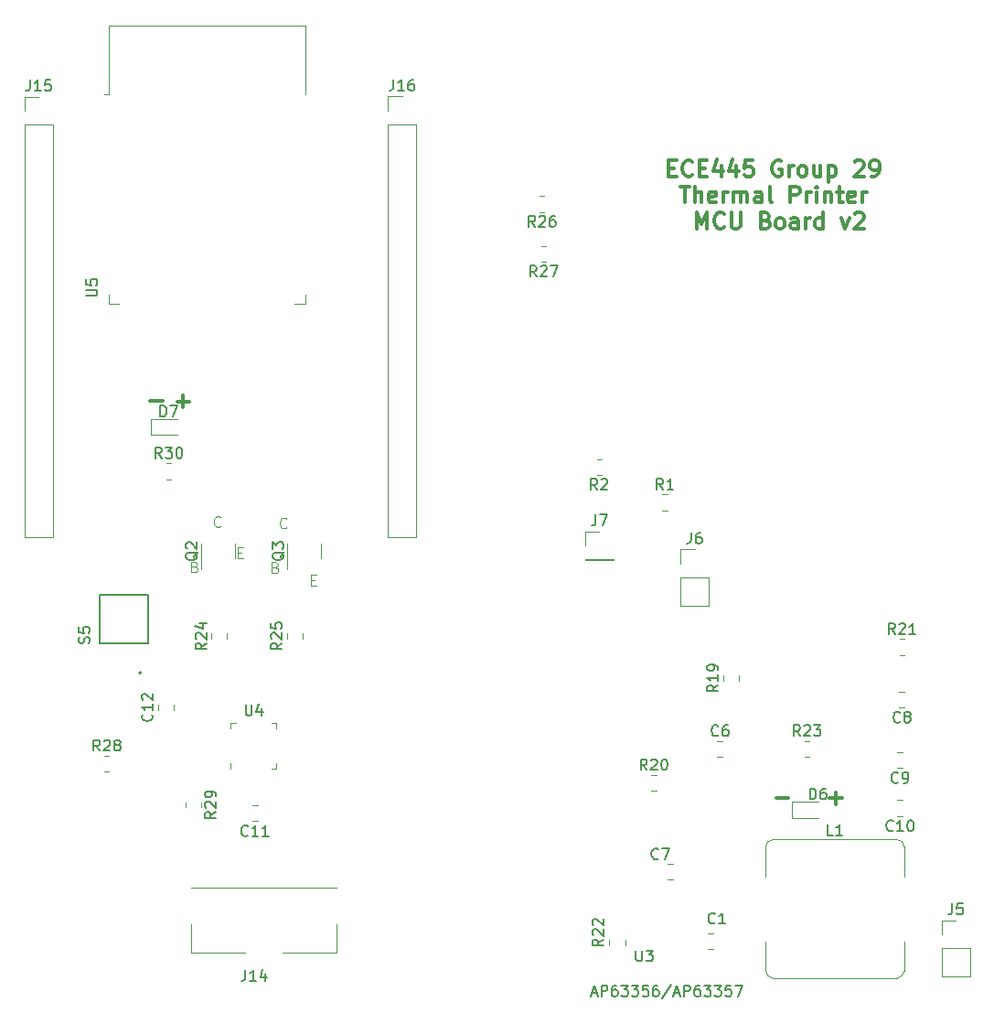
<source format=gbr>
%TF.GenerationSoftware,KiCad,Pcbnew,(6.0.10)*%
%TF.CreationDate,2023-04-05T21:14:25-05:00*%
%TF.ProjectId,445,3434352e-6b69-4636-9164-5f7063625858,rev?*%
%TF.SameCoordinates,Original*%
%TF.FileFunction,Legend,Top*%
%TF.FilePolarity,Positive*%
%FSLAX46Y46*%
G04 Gerber Fmt 4.6, Leading zero omitted, Abs format (unit mm)*
G04 Created by KiCad (PCBNEW (6.0.10)) date 2023-04-05 21:14:25*
%MOMM*%
%LPD*%
G01*
G04 APERTURE LIST*
%ADD10C,0.300000*%
%ADD11C,0.125000*%
%ADD12C,0.150000*%
%ADD13C,0.120000*%
%ADD14C,0.127000*%
%ADD15C,0.200000*%
G04 APERTURE END LIST*
D10*
X201485571Y-128885142D02*
X202628428Y-128885142D01*
X202057000Y-129456571D02*
X202057000Y-128313714D01*
D11*
X142701428Y-107458571D02*
X142844285Y-107506190D01*
X142891904Y-107553809D01*
X142939523Y-107649047D01*
X142939523Y-107791904D01*
X142891904Y-107887142D01*
X142844285Y-107934761D01*
X142749047Y-107982380D01*
X142368095Y-107982380D01*
X142368095Y-106982380D01*
X142701428Y-106982380D01*
X142796666Y-107030000D01*
X142844285Y-107077619D01*
X142891904Y-107172857D01*
X142891904Y-107268095D01*
X142844285Y-107363333D01*
X142796666Y-107410952D01*
X142701428Y-107458571D01*
X142368095Y-107458571D01*
X151189523Y-103817142D02*
X151141904Y-103864761D01*
X150999047Y-103912380D01*
X150903809Y-103912380D01*
X150760952Y-103864761D01*
X150665714Y-103769523D01*
X150618095Y-103674285D01*
X150570476Y-103483809D01*
X150570476Y-103340952D01*
X150618095Y-103150476D01*
X150665714Y-103055238D01*
X150760952Y-102960000D01*
X150903809Y-102912380D01*
X150999047Y-102912380D01*
X151141904Y-102960000D01*
X151189523Y-103007619D01*
X146705714Y-106138571D02*
X147039047Y-106138571D01*
X147181904Y-106662380D02*
X146705714Y-106662380D01*
X146705714Y-105662380D01*
X147181904Y-105662380D01*
X150171428Y-107528571D02*
X150314285Y-107576190D01*
X150361904Y-107623809D01*
X150409523Y-107719047D01*
X150409523Y-107861904D01*
X150361904Y-107957142D01*
X150314285Y-108004761D01*
X150219047Y-108052380D01*
X149838095Y-108052380D01*
X149838095Y-107052380D01*
X150171428Y-107052380D01*
X150266666Y-107100000D01*
X150314285Y-107147619D01*
X150361904Y-107242857D01*
X150361904Y-107338095D01*
X150314285Y-107433333D01*
X150266666Y-107480952D01*
X150171428Y-107528571D01*
X149838095Y-107528571D01*
D10*
X186564285Y-70579057D02*
X187064285Y-70579057D01*
X187278571Y-71364771D02*
X186564285Y-71364771D01*
X186564285Y-69864771D01*
X187278571Y-69864771D01*
X188778571Y-71221914D02*
X188707142Y-71293342D01*
X188492857Y-71364771D01*
X188350000Y-71364771D01*
X188135714Y-71293342D01*
X187992857Y-71150485D01*
X187921428Y-71007628D01*
X187850000Y-70721914D01*
X187850000Y-70507628D01*
X187921428Y-70221914D01*
X187992857Y-70079057D01*
X188135714Y-69936200D01*
X188350000Y-69864771D01*
X188492857Y-69864771D01*
X188707142Y-69936200D01*
X188778571Y-70007628D01*
X189421428Y-70579057D02*
X189921428Y-70579057D01*
X190135714Y-71364771D02*
X189421428Y-71364771D01*
X189421428Y-69864771D01*
X190135714Y-69864771D01*
X191421428Y-70364771D02*
X191421428Y-71364771D01*
X191064285Y-69793342D02*
X190707142Y-70864771D01*
X191635714Y-70864771D01*
X192850000Y-70364771D02*
X192850000Y-71364771D01*
X192492857Y-69793342D02*
X192135714Y-70864771D01*
X193064285Y-70864771D01*
X194350000Y-69864771D02*
X193635714Y-69864771D01*
X193564285Y-70579057D01*
X193635714Y-70507628D01*
X193778571Y-70436200D01*
X194135714Y-70436200D01*
X194278571Y-70507628D01*
X194350000Y-70579057D01*
X194421428Y-70721914D01*
X194421428Y-71079057D01*
X194350000Y-71221914D01*
X194278571Y-71293342D01*
X194135714Y-71364771D01*
X193778571Y-71364771D01*
X193635714Y-71293342D01*
X193564285Y-71221914D01*
X196992857Y-69936200D02*
X196850000Y-69864771D01*
X196635714Y-69864771D01*
X196421428Y-69936200D01*
X196278571Y-70079057D01*
X196207142Y-70221914D01*
X196135714Y-70507628D01*
X196135714Y-70721914D01*
X196207142Y-71007628D01*
X196278571Y-71150485D01*
X196421428Y-71293342D01*
X196635714Y-71364771D01*
X196778571Y-71364771D01*
X196992857Y-71293342D01*
X197064285Y-71221914D01*
X197064285Y-70721914D01*
X196778571Y-70721914D01*
X197707142Y-71364771D02*
X197707142Y-70364771D01*
X197707142Y-70650485D02*
X197778571Y-70507628D01*
X197850000Y-70436200D01*
X197992857Y-70364771D01*
X198135714Y-70364771D01*
X198850000Y-71364771D02*
X198707142Y-71293342D01*
X198635714Y-71221914D01*
X198564285Y-71079057D01*
X198564285Y-70650485D01*
X198635714Y-70507628D01*
X198707142Y-70436200D01*
X198850000Y-70364771D01*
X199064285Y-70364771D01*
X199207142Y-70436200D01*
X199278571Y-70507628D01*
X199350000Y-70650485D01*
X199350000Y-71079057D01*
X199278571Y-71221914D01*
X199207142Y-71293342D01*
X199064285Y-71364771D01*
X198850000Y-71364771D01*
X200635714Y-70364771D02*
X200635714Y-71364771D01*
X199992857Y-70364771D02*
X199992857Y-71150485D01*
X200064285Y-71293342D01*
X200207142Y-71364771D01*
X200421428Y-71364771D01*
X200564285Y-71293342D01*
X200635714Y-71221914D01*
X201350000Y-70364771D02*
X201350000Y-71864771D01*
X201350000Y-70436200D02*
X201492857Y-70364771D01*
X201778571Y-70364771D01*
X201921428Y-70436200D01*
X201992857Y-70507628D01*
X202064285Y-70650485D01*
X202064285Y-71079057D01*
X201992857Y-71221914D01*
X201921428Y-71293342D01*
X201778571Y-71364771D01*
X201492857Y-71364771D01*
X201350000Y-71293342D01*
X203778571Y-70007628D02*
X203850000Y-69936200D01*
X203992857Y-69864771D01*
X204350000Y-69864771D01*
X204492857Y-69936200D01*
X204564285Y-70007628D01*
X204635714Y-70150485D01*
X204635714Y-70293342D01*
X204564285Y-70507628D01*
X203707142Y-71364771D01*
X204635714Y-71364771D01*
X205350000Y-71364771D02*
X205635714Y-71364771D01*
X205778571Y-71293342D01*
X205850000Y-71221914D01*
X205992857Y-71007628D01*
X206064285Y-70721914D01*
X206064285Y-70150485D01*
X205992857Y-70007628D01*
X205921428Y-69936200D01*
X205778571Y-69864771D01*
X205492857Y-69864771D01*
X205350000Y-69936200D01*
X205278571Y-70007628D01*
X205207142Y-70150485D01*
X205207142Y-70507628D01*
X205278571Y-70650485D01*
X205350000Y-70721914D01*
X205492857Y-70793342D01*
X205778571Y-70793342D01*
X205921428Y-70721914D01*
X205992857Y-70650485D01*
X206064285Y-70507628D01*
X187635714Y-72279771D02*
X188492857Y-72279771D01*
X188064285Y-73779771D02*
X188064285Y-72279771D01*
X188992857Y-73779771D02*
X188992857Y-72279771D01*
X189635714Y-73779771D02*
X189635714Y-72994057D01*
X189564285Y-72851200D01*
X189421428Y-72779771D01*
X189207142Y-72779771D01*
X189064285Y-72851200D01*
X188992857Y-72922628D01*
X190921428Y-73708342D02*
X190778571Y-73779771D01*
X190492857Y-73779771D01*
X190350000Y-73708342D01*
X190278571Y-73565485D01*
X190278571Y-72994057D01*
X190350000Y-72851200D01*
X190492857Y-72779771D01*
X190778571Y-72779771D01*
X190921428Y-72851200D01*
X190992857Y-72994057D01*
X190992857Y-73136914D01*
X190278571Y-73279771D01*
X191635714Y-73779771D02*
X191635714Y-72779771D01*
X191635714Y-73065485D02*
X191707142Y-72922628D01*
X191778571Y-72851200D01*
X191921428Y-72779771D01*
X192064285Y-72779771D01*
X192564285Y-73779771D02*
X192564285Y-72779771D01*
X192564285Y-72922628D02*
X192635714Y-72851200D01*
X192778571Y-72779771D01*
X192992857Y-72779771D01*
X193135714Y-72851200D01*
X193207142Y-72994057D01*
X193207142Y-73779771D01*
X193207142Y-72994057D02*
X193278571Y-72851200D01*
X193421428Y-72779771D01*
X193635714Y-72779771D01*
X193778571Y-72851200D01*
X193850000Y-72994057D01*
X193850000Y-73779771D01*
X195207142Y-73779771D02*
X195207142Y-72994057D01*
X195135714Y-72851200D01*
X194992857Y-72779771D01*
X194707142Y-72779771D01*
X194564285Y-72851200D01*
X195207142Y-73708342D02*
X195064285Y-73779771D01*
X194707142Y-73779771D01*
X194564285Y-73708342D01*
X194492857Y-73565485D01*
X194492857Y-73422628D01*
X194564285Y-73279771D01*
X194707142Y-73208342D01*
X195064285Y-73208342D01*
X195207142Y-73136914D01*
X196135714Y-73779771D02*
X195992857Y-73708342D01*
X195921428Y-73565485D01*
X195921428Y-72279771D01*
X197850000Y-73779771D02*
X197850000Y-72279771D01*
X198421428Y-72279771D01*
X198564285Y-72351200D01*
X198635714Y-72422628D01*
X198707142Y-72565485D01*
X198707142Y-72779771D01*
X198635714Y-72922628D01*
X198564285Y-72994057D01*
X198421428Y-73065485D01*
X197850000Y-73065485D01*
X199350000Y-73779771D02*
X199350000Y-72779771D01*
X199350000Y-73065485D02*
X199421428Y-72922628D01*
X199492857Y-72851200D01*
X199635714Y-72779771D01*
X199778571Y-72779771D01*
X200278571Y-73779771D02*
X200278571Y-72779771D01*
X200278571Y-72279771D02*
X200207142Y-72351200D01*
X200278571Y-72422628D01*
X200350000Y-72351200D01*
X200278571Y-72279771D01*
X200278571Y-72422628D01*
X200992857Y-72779771D02*
X200992857Y-73779771D01*
X200992857Y-72922628D02*
X201064285Y-72851200D01*
X201207142Y-72779771D01*
X201421428Y-72779771D01*
X201564285Y-72851200D01*
X201635714Y-72994057D01*
X201635714Y-73779771D01*
X202135714Y-72779771D02*
X202707142Y-72779771D01*
X202350000Y-72279771D02*
X202350000Y-73565485D01*
X202421428Y-73708342D01*
X202564285Y-73779771D01*
X202707142Y-73779771D01*
X203778571Y-73708342D02*
X203635714Y-73779771D01*
X203350000Y-73779771D01*
X203207142Y-73708342D01*
X203135714Y-73565485D01*
X203135714Y-72994057D01*
X203207142Y-72851200D01*
X203350000Y-72779771D01*
X203635714Y-72779771D01*
X203778571Y-72851200D01*
X203850000Y-72994057D01*
X203850000Y-73136914D01*
X203135714Y-73279771D01*
X204492857Y-73779771D02*
X204492857Y-72779771D01*
X204492857Y-73065485D02*
X204564285Y-72922628D01*
X204635714Y-72851200D01*
X204778571Y-72779771D01*
X204921428Y-72779771D01*
X189135714Y-76194771D02*
X189135714Y-74694771D01*
X189635714Y-75766200D01*
X190135714Y-74694771D01*
X190135714Y-76194771D01*
X191707142Y-76051914D02*
X191635714Y-76123342D01*
X191421428Y-76194771D01*
X191278571Y-76194771D01*
X191064285Y-76123342D01*
X190921428Y-75980485D01*
X190850000Y-75837628D01*
X190778571Y-75551914D01*
X190778571Y-75337628D01*
X190850000Y-75051914D01*
X190921428Y-74909057D01*
X191064285Y-74766200D01*
X191278571Y-74694771D01*
X191421428Y-74694771D01*
X191635714Y-74766200D01*
X191707142Y-74837628D01*
X192350000Y-74694771D02*
X192350000Y-75909057D01*
X192421428Y-76051914D01*
X192492857Y-76123342D01*
X192635714Y-76194771D01*
X192921428Y-76194771D01*
X193064285Y-76123342D01*
X193135714Y-76051914D01*
X193207142Y-75909057D01*
X193207142Y-74694771D01*
X195564285Y-75409057D02*
X195778571Y-75480485D01*
X195850000Y-75551914D01*
X195921428Y-75694771D01*
X195921428Y-75909057D01*
X195850000Y-76051914D01*
X195778571Y-76123342D01*
X195635714Y-76194771D01*
X195064285Y-76194771D01*
X195064285Y-74694771D01*
X195564285Y-74694771D01*
X195707142Y-74766200D01*
X195778571Y-74837628D01*
X195850000Y-74980485D01*
X195850000Y-75123342D01*
X195778571Y-75266200D01*
X195707142Y-75337628D01*
X195564285Y-75409057D01*
X195064285Y-75409057D01*
X196778571Y-76194771D02*
X196635714Y-76123342D01*
X196564285Y-76051914D01*
X196492857Y-75909057D01*
X196492857Y-75480485D01*
X196564285Y-75337628D01*
X196635714Y-75266200D01*
X196778571Y-75194771D01*
X196992857Y-75194771D01*
X197135714Y-75266200D01*
X197207142Y-75337628D01*
X197278571Y-75480485D01*
X197278571Y-75909057D01*
X197207142Y-76051914D01*
X197135714Y-76123342D01*
X196992857Y-76194771D01*
X196778571Y-76194771D01*
X198564285Y-76194771D02*
X198564285Y-75409057D01*
X198492857Y-75266200D01*
X198350000Y-75194771D01*
X198064285Y-75194771D01*
X197921428Y-75266200D01*
X198564285Y-76123342D02*
X198421428Y-76194771D01*
X198064285Y-76194771D01*
X197921428Y-76123342D01*
X197850000Y-75980485D01*
X197850000Y-75837628D01*
X197921428Y-75694771D01*
X198064285Y-75623342D01*
X198421428Y-75623342D01*
X198564285Y-75551914D01*
X199278571Y-76194771D02*
X199278571Y-75194771D01*
X199278571Y-75480485D02*
X199350000Y-75337628D01*
X199421428Y-75266200D01*
X199564285Y-75194771D01*
X199707142Y-75194771D01*
X200850000Y-76194771D02*
X200850000Y-74694771D01*
X200850000Y-76123342D02*
X200707142Y-76194771D01*
X200421428Y-76194771D01*
X200278571Y-76123342D01*
X200207142Y-76051914D01*
X200135714Y-75909057D01*
X200135714Y-75480485D01*
X200207142Y-75337628D01*
X200278571Y-75266200D01*
X200421428Y-75194771D01*
X200707142Y-75194771D01*
X200850000Y-75266200D01*
X202564285Y-75194771D02*
X202921428Y-76194771D01*
X203278571Y-75194771D01*
X203778571Y-74837628D02*
X203850000Y-74766200D01*
X203992857Y-74694771D01*
X204350000Y-74694771D01*
X204492857Y-74766200D01*
X204564285Y-74837628D01*
X204635714Y-74980485D01*
X204635714Y-75123342D01*
X204564285Y-75337628D01*
X203707142Y-76194771D01*
X204635714Y-76194771D01*
D11*
X153475714Y-108718571D02*
X153809047Y-108718571D01*
X153951904Y-109242380D02*
X153475714Y-109242380D01*
X153475714Y-108242380D01*
X153951904Y-108242380D01*
X145069523Y-103697142D02*
X145021904Y-103744761D01*
X144879047Y-103792380D01*
X144783809Y-103792380D01*
X144640952Y-103744761D01*
X144545714Y-103649523D01*
X144498095Y-103554285D01*
X144450476Y-103363809D01*
X144450476Y-103220952D01*
X144498095Y-103030476D01*
X144545714Y-102935238D01*
X144640952Y-102840000D01*
X144783809Y-102792380D01*
X144879047Y-102792380D01*
X145021904Y-102840000D01*
X145069523Y-102887619D01*
D10*
X138578571Y-92147142D02*
X139721428Y-92147142D01*
X141048571Y-92167142D02*
X142191428Y-92167142D01*
X141620000Y-92738571D02*
X141620000Y-91595714D01*
X196532571Y-128885142D02*
X197675428Y-128885142D01*
D12*
%TO.C,Q3*%
X150979619Y-106099238D02*
X150932000Y-106194476D01*
X150836761Y-106289714D01*
X150693904Y-106432571D01*
X150646285Y-106527809D01*
X150646285Y-106623047D01*
X150884380Y-106575428D02*
X150836761Y-106670666D01*
X150741523Y-106765904D01*
X150551047Y-106813523D01*
X150217714Y-106813523D01*
X150027238Y-106765904D01*
X149932000Y-106670666D01*
X149884380Y-106575428D01*
X149884380Y-106384952D01*
X149932000Y-106289714D01*
X150027238Y-106194476D01*
X150217714Y-106146857D01*
X150551047Y-106146857D01*
X150741523Y-106194476D01*
X150836761Y-106289714D01*
X150884380Y-106384952D01*
X150884380Y-106575428D01*
X149884380Y-105813523D02*
X149884380Y-105194476D01*
X150265333Y-105527809D01*
X150265333Y-105384952D01*
X150312952Y-105289714D01*
X150360571Y-105242095D01*
X150455809Y-105194476D01*
X150693904Y-105194476D01*
X150789142Y-105242095D01*
X150836761Y-105289714D01*
X150884380Y-105384952D01*
X150884380Y-105670666D01*
X150836761Y-105765904D01*
X150789142Y-105813523D01*
%TO.C,R27*%
X174327142Y-80612380D02*
X173993809Y-80136190D01*
X173755714Y-80612380D02*
X173755714Y-79612380D01*
X174136666Y-79612380D01*
X174231904Y-79660000D01*
X174279523Y-79707619D01*
X174327142Y-79802857D01*
X174327142Y-79945714D01*
X174279523Y-80040952D01*
X174231904Y-80088571D01*
X174136666Y-80136190D01*
X173755714Y-80136190D01*
X174708095Y-79707619D02*
X174755714Y-79660000D01*
X174850952Y-79612380D01*
X175089047Y-79612380D01*
X175184285Y-79660000D01*
X175231904Y-79707619D01*
X175279523Y-79802857D01*
X175279523Y-79898095D01*
X175231904Y-80040952D01*
X174660476Y-80612380D01*
X175279523Y-80612380D01*
X175612857Y-79612380D02*
X176279523Y-79612380D01*
X175850952Y-80612380D01*
%TO.C,J5*%
X212826666Y-138622380D02*
X212826666Y-139336666D01*
X212779047Y-139479523D01*
X212683809Y-139574761D01*
X212540952Y-139622380D01*
X212445714Y-139622380D01*
X213779047Y-138622380D02*
X213302857Y-138622380D01*
X213255238Y-139098571D01*
X213302857Y-139050952D01*
X213398095Y-139003333D01*
X213636190Y-139003333D01*
X213731428Y-139050952D01*
X213779047Y-139098571D01*
X213826666Y-139193809D01*
X213826666Y-139431904D01*
X213779047Y-139527142D01*
X213731428Y-139574761D01*
X213636190Y-139622380D01*
X213398095Y-139622380D01*
X213302857Y-139574761D01*
X213255238Y-139527142D01*
%TO.C,U3*%
X183540495Y-142962380D02*
X183540495Y-143771904D01*
X183588114Y-143867142D01*
X183635733Y-143914761D01*
X183730971Y-143962380D01*
X183921447Y-143962380D01*
X184016685Y-143914761D01*
X184064304Y-143867142D01*
X184111923Y-143771904D01*
X184111923Y-142962380D01*
X184492876Y-142962380D02*
X185111923Y-142962380D01*
X184778590Y-143343333D01*
X184921447Y-143343333D01*
X185016685Y-143390952D01*
X185064304Y-143438571D01*
X185111923Y-143533809D01*
X185111923Y-143771904D01*
X185064304Y-143867142D01*
X185016685Y-143914761D01*
X184921447Y-143962380D01*
X184635733Y-143962380D01*
X184540495Y-143914761D01*
X184492876Y-143867142D01*
X179425119Y-146918166D02*
X179901309Y-146918166D01*
X179329880Y-147203880D02*
X179663214Y-146203880D01*
X179996547Y-147203880D01*
X180329880Y-147203880D02*
X180329880Y-146203880D01*
X180710833Y-146203880D01*
X180806071Y-146251500D01*
X180853690Y-146299119D01*
X180901309Y-146394357D01*
X180901309Y-146537214D01*
X180853690Y-146632452D01*
X180806071Y-146680071D01*
X180710833Y-146727690D01*
X180329880Y-146727690D01*
X181758452Y-146203880D02*
X181567976Y-146203880D01*
X181472738Y-146251500D01*
X181425119Y-146299119D01*
X181329880Y-146441976D01*
X181282261Y-146632452D01*
X181282261Y-147013404D01*
X181329880Y-147108642D01*
X181377500Y-147156261D01*
X181472738Y-147203880D01*
X181663214Y-147203880D01*
X181758452Y-147156261D01*
X181806071Y-147108642D01*
X181853690Y-147013404D01*
X181853690Y-146775309D01*
X181806071Y-146680071D01*
X181758452Y-146632452D01*
X181663214Y-146584833D01*
X181472738Y-146584833D01*
X181377500Y-146632452D01*
X181329880Y-146680071D01*
X181282261Y-146775309D01*
X182187023Y-146203880D02*
X182806071Y-146203880D01*
X182472738Y-146584833D01*
X182615595Y-146584833D01*
X182710833Y-146632452D01*
X182758452Y-146680071D01*
X182806071Y-146775309D01*
X182806071Y-147013404D01*
X182758452Y-147108642D01*
X182710833Y-147156261D01*
X182615595Y-147203880D01*
X182329880Y-147203880D01*
X182234642Y-147156261D01*
X182187023Y-147108642D01*
X183139404Y-146203880D02*
X183758452Y-146203880D01*
X183425119Y-146584833D01*
X183567976Y-146584833D01*
X183663214Y-146632452D01*
X183710833Y-146680071D01*
X183758452Y-146775309D01*
X183758452Y-147013404D01*
X183710833Y-147108642D01*
X183663214Y-147156261D01*
X183567976Y-147203880D01*
X183282261Y-147203880D01*
X183187023Y-147156261D01*
X183139404Y-147108642D01*
X184663214Y-146203880D02*
X184187023Y-146203880D01*
X184139404Y-146680071D01*
X184187023Y-146632452D01*
X184282261Y-146584833D01*
X184520357Y-146584833D01*
X184615595Y-146632452D01*
X184663214Y-146680071D01*
X184710833Y-146775309D01*
X184710833Y-147013404D01*
X184663214Y-147108642D01*
X184615595Y-147156261D01*
X184520357Y-147203880D01*
X184282261Y-147203880D01*
X184187023Y-147156261D01*
X184139404Y-147108642D01*
X185567976Y-146203880D02*
X185377500Y-146203880D01*
X185282261Y-146251500D01*
X185234642Y-146299119D01*
X185139404Y-146441976D01*
X185091785Y-146632452D01*
X185091785Y-147013404D01*
X185139404Y-147108642D01*
X185187023Y-147156261D01*
X185282261Y-147203880D01*
X185472738Y-147203880D01*
X185567976Y-147156261D01*
X185615595Y-147108642D01*
X185663214Y-147013404D01*
X185663214Y-146775309D01*
X185615595Y-146680071D01*
X185567976Y-146632452D01*
X185472738Y-146584833D01*
X185282261Y-146584833D01*
X185187023Y-146632452D01*
X185139404Y-146680071D01*
X185091785Y-146775309D01*
X186806071Y-146156261D02*
X185948928Y-147441976D01*
X187091785Y-146918166D02*
X187567976Y-146918166D01*
X186996547Y-147203880D02*
X187329880Y-146203880D01*
X187663214Y-147203880D01*
X187996547Y-147203880D02*
X187996547Y-146203880D01*
X188377500Y-146203880D01*
X188472738Y-146251500D01*
X188520357Y-146299119D01*
X188567976Y-146394357D01*
X188567976Y-146537214D01*
X188520357Y-146632452D01*
X188472738Y-146680071D01*
X188377500Y-146727690D01*
X187996547Y-146727690D01*
X189425119Y-146203880D02*
X189234642Y-146203880D01*
X189139404Y-146251500D01*
X189091785Y-146299119D01*
X188996547Y-146441976D01*
X188948928Y-146632452D01*
X188948928Y-147013404D01*
X188996547Y-147108642D01*
X189044166Y-147156261D01*
X189139404Y-147203880D01*
X189329880Y-147203880D01*
X189425119Y-147156261D01*
X189472738Y-147108642D01*
X189520357Y-147013404D01*
X189520357Y-146775309D01*
X189472738Y-146680071D01*
X189425119Y-146632452D01*
X189329880Y-146584833D01*
X189139404Y-146584833D01*
X189044166Y-146632452D01*
X188996547Y-146680071D01*
X188948928Y-146775309D01*
X189853690Y-146203880D02*
X190472738Y-146203880D01*
X190139404Y-146584833D01*
X190282261Y-146584833D01*
X190377500Y-146632452D01*
X190425119Y-146680071D01*
X190472738Y-146775309D01*
X190472738Y-147013404D01*
X190425119Y-147108642D01*
X190377500Y-147156261D01*
X190282261Y-147203880D01*
X189996547Y-147203880D01*
X189901309Y-147156261D01*
X189853690Y-147108642D01*
X190806071Y-146203880D02*
X191425119Y-146203880D01*
X191091785Y-146584833D01*
X191234642Y-146584833D01*
X191329880Y-146632452D01*
X191377500Y-146680071D01*
X191425119Y-146775309D01*
X191425119Y-147013404D01*
X191377500Y-147108642D01*
X191329880Y-147156261D01*
X191234642Y-147203880D01*
X190948928Y-147203880D01*
X190853690Y-147156261D01*
X190806071Y-147108642D01*
X192329880Y-146203880D02*
X191853690Y-146203880D01*
X191806071Y-146680071D01*
X191853690Y-146632452D01*
X191948928Y-146584833D01*
X192187023Y-146584833D01*
X192282261Y-146632452D01*
X192329880Y-146680071D01*
X192377500Y-146775309D01*
X192377500Y-147013404D01*
X192329880Y-147108642D01*
X192282261Y-147156261D01*
X192187023Y-147203880D01*
X191948928Y-147203880D01*
X191853690Y-147156261D01*
X191806071Y-147108642D01*
X192710833Y-146203880D02*
X193377500Y-146203880D01*
X192948928Y-147203880D01*
%TO.C,C10*%
X207342142Y-131819642D02*
X207294523Y-131867261D01*
X207151666Y-131914880D01*
X207056428Y-131914880D01*
X206913571Y-131867261D01*
X206818333Y-131772023D01*
X206770714Y-131676785D01*
X206723095Y-131486309D01*
X206723095Y-131343452D01*
X206770714Y-131152976D01*
X206818333Y-131057738D01*
X206913571Y-130962500D01*
X207056428Y-130914880D01*
X207151666Y-130914880D01*
X207294523Y-130962500D01*
X207342142Y-131010119D01*
X208294523Y-131914880D02*
X207723095Y-131914880D01*
X208008809Y-131914880D02*
X208008809Y-130914880D01*
X207913571Y-131057738D01*
X207818333Y-131152976D01*
X207723095Y-131200595D01*
X208913571Y-130914880D02*
X209008809Y-130914880D01*
X209104047Y-130962500D01*
X209151666Y-131010119D01*
X209199285Y-131105357D01*
X209246904Y-131295833D01*
X209246904Y-131533928D01*
X209199285Y-131724404D01*
X209151666Y-131819642D01*
X209104047Y-131867261D01*
X209008809Y-131914880D01*
X208913571Y-131914880D01*
X208818333Y-131867261D01*
X208770714Y-131819642D01*
X208723095Y-131724404D01*
X208675476Y-131533928D01*
X208675476Y-131295833D01*
X208723095Y-131105357D01*
X208770714Y-131010119D01*
X208818333Y-130962500D01*
X208913571Y-130914880D01*
%TO.C,U5*%
X132652380Y-82411904D02*
X133461904Y-82411904D01*
X133557142Y-82364285D01*
X133604761Y-82316666D01*
X133652380Y-82221428D01*
X133652380Y-82030952D01*
X133604761Y-81935714D01*
X133557142Y-81888095D01*
X133461904Y-81840476D01*
X132652380Y-81840476D01*
X132652380Y-80888095D02*
X132652380Y-81364285D01*
X133128571Y-81411904D01*
X133080952Y-81364285D01*
X133033333Y-81269047D01*
X133033333Y-81030952D01*
X133080952Y-80935714D01*
X133128571Y-80888095D01*
X133223809Y-80840476D01*
X133461904Y-80840476D01*
X133557142Y-80888095D01*
X133604761Y-80935714D01*
X133652380Y-81030952D01*
X133652380Y-81269047D01*
X133604761Y-81364285D01*
X133557142Y-81411904D01*
%TO.C,C7*%
X185600833Y-134451442D02*
X185553214Y-134499061D01*
X185410357Y-134546680D01*
X185315119Y-134546680D01*
X185172261Y-134499061D01*
X185077023Y-134403823D01*
X185029404Y-134308585D01*
X184981785Y-134118109D01*
X184981785Y-133975252D01*
X185029404Y-133784776D01*
X185077023Y-133689538D01*
X185172261Y-133594300D01*
X185315119Y-133546680D01*
X185410357Y-133546680D01*
X185553214Y-133594300D01*
X185600833Y-133641919D01*
X185934166Y-133546680D02*
X186600833Y-133546680D01*
X186172261Y-134546680D01*
%TO.C,J6*%
X188642666Y-104310380D02*
X188642666Y-105024666D01*
X188595047Y-105167523D01*
X188499809Y-105262761D01*
X188356952Y-105310380D01*
X188261714Y-105310380D01*
X189547428Y-104310380D02*
X189356952Y-104310380D01*
X189261714Y-104358000D01*
X189214095Y-104405619D01*
X189118857Y-104548476D01*
X189071238Y-104738952D01*
X189071238Y-105119904D01*
X189118857Y-105215142D01*
X189166476Y-105262761D01*
X189261714Y-105310380D01*
X189452190Y-105310380D01*
X189547428Y-105262761D01*
X189595047Y-105215142D01*
X189642666Y-105119904D01*
X189642666Y-104881809D01*
X189595047Y-104786571D01*
X189547428Y-104738952D01*
X189452190Y-104691333D01*
X189261714Y-104691333D01*
X189166476Y-104738952D01*
X189118857Y-104786571D01*
X189071238Y-104881809D01*
%TO.C,J14*%
X147368476Y-144764380D02*
X147368476Y-145478666D01*
X147320857Y-145621523D01*
X147225619Y-145716761D01*
X147082761Y-145764380D01*
X146987523Y-145764380D01*
X148368476Y-145764380D02*
X147797047Y-145764380D01*
X148082761Y-145764380D02*
X148082761Y-144764380D01*
X147987523Y-144907238D01*
X147892285Y-145002476D01*
X147797047Y-145050095D01*
X149225619Y-145097714D02*
X149225619Y-145764380D01*
X148987523Y-144716761D02*
X148749428Y-145431047D01*
X149368476Y-145431047D01*
%TO.C,R2*%
X179963333Y-100342380D02*
X179630000Y-99866190D01*
X179391904Y-100342380D02*
X179391904Y-99342380D01*
X179772857Y-99342380D01*
X179868095Y-99390000D01*
X179915714Y-99437619D01*
X179963333Y-99532857D01*
X179963333Y-99675714D01*
X179915714Y-99770952D01*
X179868095Y-99818571D01*
X179772857Y-99866190D01*
X179391904Y-99866190D01*
X180344285Y-99437619D02*
X180391904Y-99390000D01*
X180487142Y-99342380D01*
X180725238Y-99342380D01*
X180820476Y-99390000D01*
X180868095Y-99437619D01*
X180915714Y-99532857D01*
X180915714Y-99628095D01*
X180868095Y-99770952D01*
X180296666Y-100342380D01*
X180915714Y-100342380D01*
%TO.C,U4*%
X147398095Y-120222380D02*
X147398095Y-121031904D01*
X147445714Y-121127142D01*
X147493333Y-121174761D01*
X147588571Y-121222380D01*
X147779047Y-121222380D01*
X147874285Y-121174761D01*
X147921904Y-121127142D01*
X147969523Y-121031904D01*
X147969523Y-120222380D01*
X148874285Y-120555714D02*
X148874285Y-121222380D01*
X148636190Y-120174761D02*
X148398095Y-120889047D01*
X149017142Y-120889047D01*
%TO.C,S5*%
X132904761Y-114536404D02*
X132952380Y-114393547D01*
X132952380Y-114155452D01*
X132904761Y-114060214D01*
X132857142Y-114012595D01*
X132761904Y-113964976D01*
X132666666Y-113964976D01*
X132571428Y-114012595D01*
X132523809Y-114060214D01*
X132476190Y-114155452D01*
X132428571Y-114345928D01*
X132380952Y-114441166D01*
X132333333Y-114488785D01*
X132238095Y-114536404D01*
X132142857Y-114536404D01*
X132047619Y-114488785D01*
X132000000Y-114441166D01*
X131952380Y-114345928D01*
X131952380Y-114107833D01*
X132000000Y-113964976D01*
X131952380Y-113060214D02*
X131952380Y-113536404D01*
X132428571Y-113584023D01*
X132380952Y-113536404D01*
X132333333Y-113441166D01*
X132333333Y-113203071D01*
X132380952Y-113107833D01*
X132428571Y-113060214D01*
X132523809Y-113012595D01*
X132761904Y-113012595D01*
X132857142Y-113060214D01*
X132904761Y-113107833D01*
X132952380Y-113203071D01*
X132952380Y-113441166D01*
X132904761Y-113536404D01*
X132857142Y-113584023D01*
%TO.C,R21*%
X207522142Y-113704880D02*
X207188809Y-113228690D01*
X206950714Y-113704880D02*
X206950714Y-112704880D01*
X207331666Y-112704880D01*
X207426904Y-112752500D01*
X207474523Y-112800119D01*
X207522142Y-112895357D01*
X207522142Y-113038214D01*
X207474523Y-113133452D01*
X207426904Y-113181071D01*
X207331666Y-113228690D01*
X206950714Y-113228690D01*
X207903095Y-112800119D02*
X207950714Y-112752500D01*
X208045952Y-112704880D01*
X208284047Y-112704880D01*
X208379285Y-112752500D01*
X208426904Y-112800119D01*
X208474523Y-112895357D01*
X208474523Y-112990595D01*
X208426904Y-113133452D01*
X207855476Y-113704880D01*
X208474523Y-113704880D01*
X209426904Y-113704880D02*
X208855476Y-113704880D01*
X209141190Y-113704880D02*
X209141190Y-112704880D01*
X209045952Y-112847738D01*
X208950714Y-112942976D01*
X208855476Y-112990595D01*
%TO.C,C9*%
X207800833Y-127379642D02*
X207753214Y-127427261D01*
X207610357Y-127474880D01*
X207515119Y-127474880D01*
X207372261Y-127427261D01*
X207277023Y-127332023D01*
X207229404Y-127236785D01*
X207181785Y-127046309D01*
X207181785Y-126903452D01*
X207229404Y-126712976D01*
X207277023Y-126617738D01*
X207372261Y-126522500D01*
X207515119Y-126474880D01*
X207610357Y-126474880D01*
X207753214Y-126522500D01*
X207800833Y-126570119D01*
X208277023Y-127474880D02*
X208467500Y-127474880D01*
X208562738Y-127427261D01*
X208610357Y-127379642D01*
X208705595Y-127236785D01*
X208753214Y-127046309D01*
X208753214Y-126665357D01*
X208705595Y-126570119D01*
X208657976Y-126522500D01*
X208562738Y-126474880D01*
X208372261Y-126474880D01*
X208277023Y-126522500D01*
X208229404Y-126570119D01*
X208181785Y-126665357D01*
X208181785Y-126903452D01*
X208229404Y-126998690D01*
X208277023Y-127046309D01*
X208372261Y-127093928D01*
X208562738Y-127093928D01*
X208657976Y-127046309D01*
X208705595Y-126998690D01*
X208753214Y-126903452D01*
%TO.C,R29*%
X144647380Y-130141857D02*
X144171190Y-130475190D01*
X144647380Y-130713285D02*
X143647380Y-130713285D01*
X143647380Y-130332333D01*
X143695000Y-130237095D01*
X143742619Y-130189476D01*
X143837857Y-130141857D01*
X143980714Y-130141857D01*
X144075952Y-130189476D01*
X144123571Y-130237095D01*
X144171190Y-130332333D01*
X144171190Y-130713285D01*
X143742619Y-129760904D02*
X143695000Y-129713285D01*
X143647380Y-129618047D01*
X143647380Y-129379952D01*
X143695000Y-129284714D01*
X143742619Y-129237095D01*
X143837857Y-129189476D01*
X143933095Y-129189476D01*
X144075952Y-129237095D01*
X144647380Y-129808523D01*
X144647380Y-129189476D01*
X144647380Y-128713285D02*
X144647380Y-128522809D01*
X144599761Y-128427571D01*
X144552142Y-128379952D01*
X144409285Y-128284714D01*
X144218809Y-128237095D01*
X143837857Y-128237095D01*
X143742619Y-128284714D01*
X143695000Y-128332333D01*
X143647380Y-128427571D01*
X143647380Y-128618047D01*
X143695000Y-128713285D01*
X143742619Y-128760904D01*
X143837857Y-128808523D01*
X144075952Y-128808523D01*
X144171190Y-128760904D01*
X144218809Y-128713285D01*
X144266428Y-128618047D01*
X144266428Y-128427571D01*
X144218809Y-128332333D01*
X144171190Y-128284714D01*
X144075952Y-128237095D01*
%TO.C,D6*%
X199641904Y-128972380D02*
X199641904Y-127972380D01*
X199880000Y-127972380D01*
X200022857Y-128020000D01*
X200118095Y-128115238D01*
X200165714Y-128210476D01*
X200213333Y-128400952D01*
X200213333Y-128543809D01*
X200165714Y-128734285D01*
X200118095Y-128829523D01*
X200022857Y-128924761D01*
X199880000Y-128972380D01*
X199641904Y-128972380D01*
X201070476Y-127972380D02*
X200880000Y-127972380D01*
X200784761Y-128020000D01*
X200737142Y-128067619D01*
X200641904Y-128210476D01*
X200594285Y-128400952D01*
X200594285Y-128781904D01*
X200641904Y-128877142D01*
X200689523Y-128924761D01*
X200784761Y-128972380D01*
X200975238Y-128972380D01*
X201070476Y-128924761D01*
X201118095Y-128877142D01*
X201165714Y-128781904D01*
X201165714Y-128543809D01*
X201118095Y-128448571D01*
X201070476Y-128400952D01*
X200975238Y-128353333D01*
X200784761Y-128353333D01*
X200689523Y-128400952D01*
X200641904Y-128448571D01*
X200594285Y-128543809D01*
%TO.C,Q2*%
X142978619Y-106099238D02*
X142931000Y-106194476D01*
X142835761Y-106289714D01*
X142692904Y-106432571D01*
X142645285Y-106527809D01*
X142645285Y-106623047D01*
X142883380Y-106575428D02*
X142835761Y-106670666D01*
X142740523Y-106765904D01*
X142550047Y-106813523D01*
X142216714Y-106813523D01*
X142026238Y-106765904D01*
X141931000Y-106670666D01*
X141883380Y-106575428D01*
X141883380Y-106384952D01*
X141931000Y-106289714D01*
X142026238Y-106194476D01*
X142216714Y-106146857D01*
X142550047Y-106146857D01*
X142740523Y-106194476D01*
X142835761Y-106289714D01*
X142883380Y-106384952D01*
X142883380Y-106575428D01*
X141978619Y-105765904D02*
X141931000Y-105718285D01*
X141883380Y-105623047D01*
X141883380Y-105384952D01*
X141931000Y-105289714D01*
X141978619Y-105242095D01*
X142073857Y-105194476D01*
X142169095Y-105194476D01*
X142311952Y-105242095D01*
X142883380Y-105813523D01*
X142883380Y-105194476D01*
%TO.C,R22*%
X180502380Y-141942857D02*
X180026190Y-142276190D01*
X180502380Y-142514285D02*
X179502380Y-142514285D01*
X179502380Y-142133333D01*
X179550000Y-142038095D01*
X179597619Y-141990476D01*
X179692857Y-141942857D01*
X179835714Y-141942857D01*
X179930952Y-141990476D01*
X179978571Y-142038095D01*
X180026190Y-142133333D01*
X180026190Y-142514285D01*
X179597619Y-141561904D02*
X179550000Y-141514285D01*
X179502380Y-141419047D01*
X179502380Y-141180952D01*
X179550000Y-141085714D01*
X179597619Y-141038095D01*
X179692857Y-140990476D01*
X179788095Y-140990476D01*
X179930952Y-141038095D01*
X180502380Y-141609523D01*
X180502380Y-140990476D01*
X179597619Y-140609523D02*
X179550000Y-140561904D01*
X179502380Y-140466666D01*
X179502380Y-140228571D01*
X179550000Y-140133333D01*
X179597619Y-140085714D01*
X179692857Y-140038095D01*
X179788095Y-140038095D01*
X179930952Y-140085714D01*
X180502380Y-140657142D01*
X180502380Y-140038095D01*
%TO.C,C1*%
X190860033Y-140404742D02*
X190812414Y-140452361D01*
X190669557Y-140499980D01*
X190574319Y-140499980D01*
X190431461Y-140452361D01*
X190336223Y-140357123D01*
X190288604Y-140261885D01*
X190240985Y-140071409D01*
X190240985Y-139928552D01*
X190288604Y-139738076D01*
X190336223Y-139642838D01*
X190431461Y-139547600D01*
X190574319Y-139499980D01*
X190669557Y-139499980D01*
X190812414Y-139547600D01*
X190860033Y-139595219D01*
X191812414Y-140499980D02*
X191240985Y-140499980D01*
X191526700Y-140499980D02*
X191526700Y-139499980D01*
X191431461Y-139642838D01*
X191336223Y-139738076D01*
X191240985Y-139785695D01*
%TO.C,J15*%
X127430476Y-62432380D02*
X127430476Y-63146666D01*
X127382857Y-63289523D01*
X127287619Y-63384761D01*
X127144761Y-63432380D01*
X127049523Y-63432380D01*
X128430476Y-63432380D02*
X127859047Y-63432380D01*
X128144761Y-63432380D02*
X128144761Y-62432380D01*
X128049523Y-62575238D01*
X127954285Y-62670476D01*
X127859047Y-62718095D01*
X129335238Y-62432380D02*
X128859047Y-62432380D01*
X128811428Y-62908571D01*
X128859047Y-62860952D01*
X128954285Y-62813333D01*
X129192380Y-62813333D01*
X129287619Y-62860952D01*
X129335238Y-62908571D01*
X129382857Y-63003809D01*
X129382857Y-63241904D01*
X129335238Y-63337142D01*
X129287619Y-63384761D01*
X129192380Y-63432380D01*
X128954285Y-63432380D01*
X128859047Y-63384761D01*
X128811428Y-63337142D01*
%TO.C,R1*%
X186053333Y-100312380D02*
X185720000Y-99836190D01*
X185481904Y-100312380D02*
X185481904Y-99312380D01*
X185862857Y-99312380D01*
X185958095Y-99360000D01*
X186005714Y-99407619D01*
X186053333Y-99502857D01*
X186053333Y-99645714D01*
X186005714Y-99740952D01*
X185958095Y-99788571D01*
X185862857Y-99836190D01*
X185481904Y-99836190D01*
X187005714Y-100312380D02*
X186434285Y-100312380D01*
X186720000Y-100312380D02*
X186720000Y-99312380D01*
X186624761Y-99455238D01*
X186529523Y-99550476D01*
X186434285Y-99598095D01*
%TO.C,R25*%
X150745380Y-114520857D02*
X150269190Y-114854190D01*
X150745380Y-115092285D02*
X149745380Y-115092285D01*
X149745380Y-114711333D01*
X149793000Y-114616095D01*
X149840619Y-114568476D01*
X149935857Y-114520857D01*
X150078714Y-114520857D01*
X150173952Y-114568476D01*
X150221571Y-114616095D01*
X150269190Y-114711333D01*
X150269190Y-115092285D01*
X149840619Y-114139904D02*
X149793000Y-114092285D01*
X149745380Y-113997047D01*
X149745380Y-113758952D01*
X149793000Y-113663714D01*
X149840619Y-113616095D01*
X149935857Y-113568476D01*
X150031095Y-113568476D01*
X150173952Y-113616095D01*
X150745380Y-114187523D01*
X150745380Y-113568476D01*
X149745380Y-112663714D02*
X149745380Y-113139904D01*
X150221571Y-113187523D01*
X150173952Y-113139904D01*
X150126333Y-113044666D01*
X150126333Y-112806571D01*
X150173952Y-112711333D01*
X150221571Y-112663714D01*
X150316809Y-112616095D01*
X150554904Y-112616095D01*
X150650142Y-112663714D01*
X150697761Y-112711333D01*
X150745380Y-112806571D01*
X150745380Y-113044666D01*
X150697761Y-113139904D01*
X150650142Y-113187523D01*
%TO.C,J16*%
X161070476Y-62402380D02*
X161070476Y-63116666D01*
X161022857Y-63259523D01*
X160927619Y-63354761D01*
X160784761Y-63402380D01*
X160689523Y-63402380D01*
X162070476Y-63402380D02*
X161499047Y-63402380D01*
X161784761Y-63402380D02*
X161784761Y-62402380D01*
X161689523Y-62545238D01*
X161594285Y-62640476D01*
X161499047Y-62688095D01*
X162927619Y-62402380D02*
X162737142Y-62402380D01*
X162641904Y-62450000D01*
X162594285Y-62497619D01*
X162499047Y-62640476D01*
X162451428Y-62830952D01*
X162451428Y-63211904D01*
X162499047Y-63307142D01*
X162546666Y-63354761D01*
X162641904Y-63402380D01*
X162832380Y-63402380D01*
X162927619Y-63354761D01*
X162975238Y-63307142D01*
X163022857Y-63211904D01*
X163022857Y-62973809D01*
X162975238Y-62878571D01*
X162927619Y-62830952D01*
X162832380Y-62783333D01*
X162641904Y-62783333D01*
X162546666Y-62830952D01*
X162499047Y-62878571D01*
X162451428Y-62973809D01*
%TO.C,R26*%
X174199642Y-76002380D02*
X173866309Y-75526190D01*
X173628214Y-76002380D02*
X173628214Y-75002380D01*
X174009166Y-75002380D01*
X174104404Y-75050000D01*
X174152023Y-75097619D01*
X174199642Y-75192857D01*
X174199642Y-75335714D01*
X174152023Y-75430952D01*
X174104404Y-75478571D01*
X174009166Y-75526190D01*
X173628214Y-75526190D01*
X174580595Y-75097619D02*
X174628214Y-75050000D01*
X174723452Y-75002380D01*
X174961547Y-75002380D01*
X175056785Y-75050000D01*
X175104404Y-75097619D01*
X175152023Y-75192857D01*
X175152023Y-75288095D01*
X175104404Y-75430952D01*
X174532976Y-76002380D01*
X175152023Y-76002380D01*
X176009166Y-75002380D02*
X175818690Y-75002380D01*
X175723452Y-75050000D01*
X175675833Y-75097619D01*
X175580595Y-75240476D01*
X175532976Y-75430952D01*
X175532976Y-75811904D01*
X175580595Y-75907142D01*
X175628214Y-75954761D01*
X175723452Y-76002380D01*
X175913928Y-76002380D01*
X176009166Y-75954761D01*
X176056785Y-75907142D01*
X176104404Y-75811904D01*
X176104404Y-75573809D01*
X176056785Y-75478571D01*
X176009166Y-75430952D01*
X175913928Y-75383333D01*
X175723452Y-75383333D01*
X175628214Y-75430952D01*
X175580595Y-75478571D01*
X175532976Y-75573809D01*
%TO.C,R20*%
X184549642Y-126274880D02*
X184216309Y-125798690D01*
X183978214Y-126274880D02*
X183978214Y-125274880D01*
X184359166Y-125274880D01*
X184454404Y-125322500D01*
X184502023Y-125370119D01*
X184549642Y-125465357D01*
X184549642Y-125608214D01*
X184502023Y-125703452D01*
X184454404Y-125751071D01*
X184359166Y-125798690D01*
X183978214Y-125798690D01*
X184930595Y-125370119D02*
X184978214Y-125322500D01*
X185073452Y-125274880D01*
X185311547Y-125274880D01*
X185406785Y-125322500D01*
X185454404Y-125370119D01*
X185502023Y-125465357D01*
X185502023Y-125560595D01*
X185454404Y-125703452D01*
X184882976Y-126274880D01*
X185502023Y-126274880D01*
X186121071Y-125274880D02*
X186216309Y-125274880D01*
X186311547Y-125322500D01*
X186359166Y-125370119D01*
X186406785Y-125465357D01*
X186454404Y-125655833D01*
X186454404Y-125893928D01*
X186406785Y-126084404D01*
X186359166Y-126179642D01*
X186311547Y-126227261D01*
X186216309Y-126274880D01*
X186121071Y-126274880D01*
X186025833Y-126227261D01*
X185978214Y-126179642D01*
X185930595Y-126084404D01*
X185882976Y-125893928D01*
X185882976Y-125655833D01*
X185930595Y-125465357D01*
X185978214Y-125370119D01*
X186025833Y-125322500D01*
X186121071Y-125274880D01*
%TO.C,J7*%
X179806666Y-102652380D02*
X179806666Y-103366666D01*
X179759047Y-103509523D01*
X179663809Y-103604761D01*
X179520952Y-103652380D01*
X179425714Y-103652380D01*
X180187619Y-102652380D02*
X180854285Y-102652380D01*
X180425714Y-103652380D01*
%TO.C,R30*%
X139637142Y-97422380D02*
X139303809Y-96946190D01*
X139065714Y-97422380D02*
X139065714Y-96422380D01*
X139446666Y-96422380D01*
X139541904Y-96470000D01*
X139589523Y-96517619D01*
X139637142Y-96612857D01*
X139637142Y-96755714D01*
X139589523Y-96850952D01*
X139541904Y-96898571D01*
X139446666Y-96946190D01*
X139065714Y-96946190D01*
X139970476Y-96422380D02*
X140589523Y-96422380D01*
X140256190Y-96803333D01*
X140399047Y-96803333D01*
X140494285Y-96850952D01*
X140541904Y-96898571D01*
X140589523Y-96993809D01*
X140589523Y-97231904D01*
X140541904Y-97327142D01*
X140494285Y-97374761D01*
X140399047Y-97422380D01*
X140113333Y-97422380D01*
X140018095Y-97374761D01*
X139970476Y-97327142D01*
X141208571Y-96422380D02*
X141303809Y-96422380D01*
X141399047Y-96470000D01*
X141446666Y-96517619D01*
X141494285Y-96612857D01*
X141541904Y-96803333D01*
X141541904Y-97041428D01*
X141494285Y-97231904D01*
X141446666Y-97327142D01*
X141399047Y-97374761D01*
X141303809Y-97422380D01*
X141208571Y-97422380D01*
X141113333Y-97374761D01*
X141065714Y-97327142D01*
X141018095Y-97231904D01*
X140970476Y-97041428D01*
X140970476Y-96803333D01*
X141018095Y-96612857D01*
X141065714Y-96517619D01*
X141113333Y-96470000D01*
X141208571Y-96422380D01*
%TO.C,C11*%
X147617142Y-132298142D02*
X147569523Y-132345761D01*
X147426666Y-132393380D01*
X147331428Y-132393380D01*
X147188571Y-132345761D01*
X147093333Y-132250523D01*
X147045714Y-132155285D01*
X146998095Y-131964809D01*
X146998095Y-131821952D01*
X147045714Y-131631476D01*
X147093333Y-131536238D01*
X147188571Y-131441000D01*
X147331428Y-131393380D01*
X147426666Y-131393380D01*
X147569523Y-131441000D01*
X147617142Y-131488619D01*
X148569523Y-132393380D02*
X147998095Y-132393380D01*
X148283809Y-132393380D02*
X148283809Y-131393380D01*
X148188571Y-131536238D01*
X148093333Y-131631476D01*
X147998095Y-131679095D01*
X149521904Y-132393380D02*
X148950476Y-132393380D01*
X149236190Y-132393380D02*
X149236190Y-131393380D01*
X149140952Y-131536238D01*
X149045714Y-131631476D01*
X148950476Y-131679095D01*
%TO.C,C12*%
X138682142Y-121124857D02*
X138729761Y-121172476D01*
X138777380Y-121315333D01*
X138777380Y-121410571D01*
X138729761Y-121553428D01*
X138634523Y-121648666D01*
X138539285Y-121696285D01*
X138348809Y-121743904D01*
X138205952Y-121743904D01*
X138015476Y-121696285D01*
X137920238Y-121648666D01*
X137825000Y-121553428D01*
X137777380Y-121410571D01*
X137777380Y-121315333D01*
X137825000Y-121172476D01*
X137872619Y-121124857D01*
X138777380Y-120172476D02*
X138777380Y-120743904D01*
X138777380Y-120458190D02*
X137777380Y-120458190D01*
X137920238Y-120553428D01*
X138015476Y-120648666D01*
X138063095Y-120743904D01*
X137872619Y-119791523D02*
X137825000Y-119743904D01*
X137777380Y-119648666D01*
X137777380Y-119410571D01*
X137825000Y-119315333D01*
X137872619Y-119267714D01*
X137967857Y-119220095D01*
X138063095Y-119220095D01*
X138205952Y-119267714D01*
X138777380Y-119839142D01*
X138777380Y-119220095D01*
%TO.C,R28*%
X133901142Y-124491380D02*
X133567809Y-124015190D01*
X133329714Y-124491380D02*
X133329714Y-123491380D01*
X133710666Y-123491380D01*
X133805904Y-123539000D01*
X133853523Y-123586619D01*
X133901142Y-123681857D01*
X133901142Y-123824714D01*
X133853523Y-123919952D01*
X133805904Y-123967571D01*
X133710666Y-124015190D01*
X133329714Y-124015190D01*
X134282095Y-123586619D02*
X134329714Y-123539000D01*
X134424952Y-123491380D01*
X134663047Y-123491380D01*
X134758285Y-123539000D01*
X134805904Y-123586619D01*
X134853523Y-123681857D01*
X134853523Y-123777095D01*
X134805904Y-123919952D01*
X134234476Y-124491380D01*
X134853523Y-124491380D01*
X135424952Y-123919952D02*
X135329714Y-123872333D01*
X135282095Y-123824714D01*
X135234476Y-123729476D01*
X135234476Y-123681857D01*
X135282095Y-123586619D01*
X135329714Y-123539000D01*
X135424952Y-123491380D01*
X135615428Y-123491380D01*
X135710666Y-123539000D01*
X135758285Y-123586619D01*
X135805904Y-123681857D01*
X135805904Y-123729476D01*
X135758285Y-123824714D01*
X135710666Y-123872333D01*
X135615428Y-123919952D01*
X135424952Y-123919952D01*
X135329714Y-123967571D01*
X135282095Y-124015190D01*
X135234476Y-124110428D01*
X135234476Y-124300904D01*
X135282095Y-124396142D01*
X135329714Y-124443761D01*
X135424952Y-124491380D01*
X135615428Y-124491380D01*
X135710666Y-124443761D01*
X135758285Y-124396142D01*
X135805904Y-124300904D01*
X135805904Y-124110428D01*
X135758285Y-124015190D01*
X135710666Y-123967571D01*
X135615428Y-123919952D01*
%TO.C,L1*%
X201795833Y-132314880D02*
X201319642Y-132314880D01*
X201319642Y-131314880D01*
X202652976Y-132314880D02*
X202081547Y-132314880D01*
X202367261Y-132314880D02*
X202367261Y-131314880D01*
X202272023Y-131457738D01*
X202176785Y-131552976D01*
X202081547Y-131600595D01*
%TO.C,C6*%
X191155833Y-123029642D02*
X191108214Y-123077261D01*
X190965357Y-123124880D01*
X190870119Y-123124880D01*
X190727261Y-123077261D01*
X190632023Y-122982023D01*
X190584404Y-122886785D01*
X190536785Y-122696309D01*
X190536785Y-122553452D01*
X190584404Y-122362976D01*
X190632023Y-122267738D01*
X190727261Y-122172500D01*
X190870119Y-122124880D01*
X190965357Y-122124880D01*
X191108214Y-122172500D01*
X191155833Y-122220119D01*
X192012976Y-122124880D02*
X191822500Y-122124880D01*
X191727261Y-122172500D01*
X191679642Y-122220119D01*
X191584404Y-122362976D01*
X191536785Y-122553452D01*
X191536785Y-122934404D01*
X191584404Y-123029642D01*
X191632023Y-123077261D01*
X191727261Y-123124880D01*
X191917738Y-123124880D01*
X192012976Y-123077261D01*
X192060595Y-123029642D01*
X192108214Y-122934404D01*
X192108214Y-122696309D01*
X192060595Y-122601071D01*
X192012976Y-122553452D01*
X191917738Y-122505833D01*
X191727261Y-122505833D01*
X191632023Y-122553452D01*
X191584404Y-122601071D01*
X191536785Y-122696309D01*
%TO.C,R24*%
X143760380Y-114520857D02*
X143284190Y-114854190D01*
X143760380Y-115092285D02*
X142760380Y-115092285D01*
X142760380Y-114711333D01*
X142808000Y-114616095D01*
X142855619Y-114568476D01*
X142950857Y-114520857D01*
X143093714Y-114520857D01*
X143188952Y-114568476D01*
X143236571Y-114616095D01*
X143284190Y-114711333D01*
X143284190Y-115092285D01*
X142855619Y-114139904D02*
X142808000Y-114092285D01*
X142760380Y-113997047D01*
X142760380Y-113758952D01*
X142808000Y-113663714D01*
X142855619Y-113616095D01*
X142950857Y-113568476D01*
X143046095Y-113568476D01*
X143188952Y-113616095D01*
X143760380Y-114187523D01*
X143760380Y-113568476D01*
X143093714Y-112711333D02*
X143760380Y-112711333D01*
X142712761Y-112949428D02*
X143427047Y-113187523D01*
X143427047Y-112568476D01*
%TO.C,R19*%
X191144880Y-118405357D02*
X190668690Y-118738690D01*
X191144880Y-118976785D02*
X190144880Y-118976785D01*
X190144880Y-118595833D01*
X190192500Y-118500595D01*
X190240119Y-118452976D01*
X190335357Y-118405357D01*
X190478214Y-118405357D01*
X190573452Y-118452976D01*
X190621071Y-118500595D01*
X190668690Y-118595833D01*
X190668690Y-118976785D01*
X191144880Y-117452976D02*
X191144880Y-118024404D01*
X191144880Y-117738690D02*
X190144880Y-117738690D01*
X190287738Y-117833928D01*
X190382976Y-117929166D01*
X190430595Y-118024404D01*
X191144880Y-116976785D02*
X191144880Y-116786309D01*
X191097261Y-116691071D01*
X191049642Y-116643452D01*
X190906785Y-116548214D01*
X190716309Y-116500595D01*
X190335357Y-116500595D01*
X190240119Y-116548214D01*
X190192500Y-116595833D01*
X190144880Y-116691071D01*
X190144880Y-116881547D01*
X190192500Y-116976785D01*
X190240119Y-117024404D01*
X190335357Y-117072023D01*
X190573452Y-117072023D01*
X190668690Y-117024404D01*
X190716309Y-116976785D01*
X190763928Y-116881547D01*
X190763928Y-116691071D01*
X190716309Y-116595833D01*
X190668690Y-116548214D01*
X190573452Y-116500595D01*
%TO.C,C8*%
X207998333Y-121789642D02*
X207950714Y-121837261D01*
X207807857Y-121884880D01*
X207712619Y-121884880D01*
X207569761Y-121837261D01*
X207474523Y-121742023D01*
X207426904Y-121646785D01*
X207379285Y-121456309D01*
X207379285Y-121313452D01*
X207426904Y-121122976D01*
X207474523Y-121027738D01*
X207569761Y-120932500D01*
X207712619Y-120884880D01*
X207807857Y-120884880D01*
X207950714Y-120932500D01*
X207998333Y-120980119D01*
X208569761Y-121313452D02*
X208474523Y-121265833D01*
X208426904Y-121218214D01*
X208379285Y-121122976D01*
X208379285Y-121075357D01*
X208426904Y-120980119D01*
X208474523Y-120932500D01*
X208569761Y-120884880D01*
X208760238Y-120884880D01*
X208855476Y-120932500D01*
X208903095Y-120980119D01*
X208950714Y-121075357D01*
X208950714Y-121122976D01*
X208903095Y-121218214D01*
X208855476Y-121265833D01*
X208760238Y-121313452D01*
X208569761Y-121313452D01*
X208474523Y-121361071D01*
X208426904Y-121408690D01*
X208379285Y-121503928D01*
X208379285Y-121694404D01*
X208426904Y-121789642D01*
X208474523Y-121837261D01*
X208569761Y-121884880D01*
X208760238Y-121884880D01*
X208855476Y-121837261D01*
X208903095Y-121789642D01*
X208950714Y-121694404D01*
X208950714Y-121503928D01*
X208903095Y-121408690D01*
X208855476Y-121361071D01*
X208760238Y-121313452D01*
%TO.C,D7*%
X139511904Y-93562380D02*
X139511904Y-92562380D01*
X139750000Y-92562380D01*
X139892857Y-92610000D01*
X139988095Y-92705238D01*
X140035714Y-92800476D01*
X140083333Y-92990952D01*
X140083333Y-93133809D01*
X140035714Y-93324285D01*
X139988095Y-93419523D01*
X139892857Y-93514761D01*
X139750000Y-93562380D01*
X139511904Y-93562380D01*
X140416666Y-92562380D02*
X141083333Y-92562380D01*
X140654761Y-93562380D01*
%TO.C,R23*%
X198729642Y-123114880D02*
X198396309Y-122638690D01*
X198158214Y-123114880D02*
X198158214Y-122114880D01*
X198539166Y-122114880D01*
X198634404Y-122162500D01*
X198682023Y-122210119D01*
X198729642Y-122305357D01*
X198729642Y-122448214D01*
X198682023Y-122543452D01*
X198634404Y-122591071D01*
X198539166Y-122638690D01*
X198158214Y-122638690D01*
X199110595Y-122210119D02*
X199158214Y-122162500D01*
X199253452Y-122114880D01*
X199491547Y-122114880D01*
X199586785Y-122162500D01*
X199634404Y-122210119D01*
X199682023Y-122305357D01*
X199682023Y-122400595D01*
X199634404Y-122543452D01*
X199062976Y-123114880D01*
X199682023Y-123114880D01*
X200015357Y-122114880D02*
X200634404Y-122114880D01*
X200301071Y-122495833D01*
X200443928Y-122495833D01*
X200539166Y-122543452D01*
X200586785Y-122591071D01*
X200634404Y-122686309D01*
X200634404Y-122924404D01*
X200586785Y-123019642D01*
X200539166Y-123067261D01*
X200443928Y-123114880D01*
X200158214Y-123114880D01*
X200062976Y-123067261D01*
X200015357Y-123019642D01*
D13*
%TO.C,Q3*%
X154392000Y-106004000D02*
X154392000Y-106654000D01*
X151272000Y-106004000D02*
X151272000Y-105354000D01*
X154392000Y-106004000D02*
X154392000Y-105354000D01*
X151272000Y-106004000D02*
X151272000Y-107679000D01*
%TO.C,R27*%
X175197064Y-79245000D02*
X174742936Y-79245000D01*
X175197064Y-77775000D02*
X174742936Y-77775000D01*
%TO.C,J5*%
X211830000Y-142770000D02*
X214490000Y-142770000D01*
X211830000Y-140170000D02*
X213160000Y-140170000D01*
X211830000Y-141500000D02*
X211830000Y-140170000D01*
X214490000Y-142770000D02*
X214490000Y-145370000D01*
X211830000Y-142770000D02*
X211830000Y-145370000D01*
X211830000Y-145370000D02*
X214490000Y-145370000D01*
%TO.C,C10*%
X208246252Y-129047500D02*
X207723748Y-129047500D01*
X208246252Y-130517500D02*
X207723748Y-130517500D01*
%TO.C,U5*%
X134690000Y-63775000D02*
X134310000Y-63775000D01*
X152930000Y-57360000D02*
X152930000Y-63775000D01*
X134690000Y-57360000D02*
X134690000Y-63775000D01*
X152930000Y-82320000D02*
X152930000Y-83100000D01*
X134690000Y-82320000D02*
X134690000Y-83100000D01*
X152930000Y-83100000D02*
X151930000Y-83100000D01*
X134690000Y-57360000D02*
X152930000Y-57360000D01*
X134690000Y-83100000D02*
X135690000Y-83100000D01*
%TO.C,C7*%
X186428748Y-134951800D02*
X186951252Y-134951800D01*
X186428748Y-136421800D02*
X186951252Y-136421800D01*
%TO.C,J6*%
X187646000Y-108458000D02*
X187646000Y-111058000D01*
X190306000Y-108458000D02*
X190306000Y-111058000D01*
X187646000Y-108458000D02*
X190306000Y-108458000D01*
X187646000Y-111058000D02*
X190306000Y-111058000D01*
X187646000Y-105858000D02*
X188976000Y-105858000D01*
X187646000Y-107188000D02*
X187646000Y-105858000D01*
%TO.C,J14*%
X142378000Y-143162000D02*
X147328000Y-143162000D01*
X155778000Y-143162000D02*
X150828000Y-143162000D01*
X155778000Y-143162000D02*
X155778000Y-140562000D01*
X142378000Y-143162000D02*
X142378000Y-140562000D01*
X142378000Y-137162000D02*
X155778000Y-137162000D01*
%TO.C,R2*%
X180357064Y-98975000D02*
X179902936Y-98975000D01*
X180357064Y-97505000D02*
X179902936Y-97505000D01*
%TO.C,U4*%
X146023000Y-122403000D02*
X146023000Y-121928000D01*
X146023000Y-121928000D02*
X146498000Y-121928000D01*
X150243000Y-122403000D02*
X150243000Y-121928000D01*
X150243000Y-126148000D02*
X149768000Y-126148000D01*
X150243000Y-125673000D02*
X150243000Y-126148000D01*
X146023000Y-125673000D02*
X146023000Y-126148000D01*
X150243000Y-121928000D02*
X149768000Y-121928000D01*
D14*
%TO.C,S5*%
X133885000Y-110049500D02*
X138385000Y-110049500D01*
X138385000Y-114549500D02*
X133885000Y-114549500D01*
X133885000Y-114549500D02*
X133885000Y-110049500D01*
X138385000Y-110049500D02*
X138385000Y-114549500D01*
D15*
X137735000Y-117299500D02*
G75*
G03*
X137735000Y-117299500I-100000J0D01*
G01*
D13*
%TO.C,R21*%
X207937936Y-114167500D02*
X208392064Y-114167500D01*
X207937936Y-115637500D02*
X208392064Y-115637500D01*
%TO.C,C9*%
X208228752Y-124607500D02*
X207706248Y-124607500D01*
X208228752Y-126077500D02*
X207706248Y-126077500D01*
%TO.C,R29*%
X141810000Y-129271936D02*
X141810000Y-129726064D01*
X143280000Y-129271936D02*
X143280000Y-129726064D01*
%TO.C,D6*%
X200412500Y-129227500D02*
X197952500Y-129227500D01*
X197952500Y-129227500D02*
X197952500Y-130697500D01*
X197952500Y-130697500D02*
X200412500Y-130697500D01*
%TO.C,Q2*%
X146391000Y-106004000D02*
X146391000Y-105354000D01*
X143271000Y-106004000D02*
X143271000Y-105354000D01*
X146391000Y-106004000D02*
X146391000Y-106654000D01*
X143271000Y-106004000D02*
X143271000Y-107679000D01*
%TO.C,R22*%
X181057500Y-142479564D02*
X181057500Y-142025436D01*
X182527500Y-142479564D02*
X182527500Y-142025436D01*
%TO.C,C1*%
X190187948Y-141352600D02*
X190710452Y-141352600D01*
X190187948Y-142822600D02*
X190710452Y-142822600D01*
%TO.C,J15*%
X126910000Y-104740000D02*
X129570000Y-104740000D01*
X129570000Y-66580000D02*
X129570000Y-104740000D01*
X126910000Y-66580000D02*
X126910000Y-104740000D01*
X126910000Y-63980000D02*
X128240000Y-63980000D01*
X126910000Y-66580000D02*
X129570000Y-66580000D01*
X126910000Y-65310000D02*
X126910000Y-63980000D01*
%TO.C,R1*%
X185992936Y-102245000D02*
X186447064Y-102245000D01*
X185992936Y-100775000D02*
X186447064Y-100775000D01*
%TO.C,R25*%
X152678000Y-114105064D02*
X152678000Y-113650936D01*
X151208000Y-114105064D02*
X151208000Y-113650936D01*
%TO.C,J16*%
X160550000Y-66550000D02*
X160550000Y-104710000D01*
X160550000Y-63950000D02*
X161880000Y-63950000D01*
X160550000Y-66550000D02*
X163210000Y-66550000D01*
X163210000Y-66550000D02*
X163210000Y-104710000D01*
X160550000Y-65280000D02*
X160550000Y-63950000D01*
X160550000Y-104710000D02*
X163210000Y-104710000D01*
%TO.C,R26*%
X175069564Y-74635000D02*
X174615436Y-74635000D01*
X175069564Y-73165000D02*
X174615436Y-73165000D01*
%TO.C,R20*%
X184965436Y-126737500D02*
X185419564Y-126737500D01*
X184965436Y-128207500D02*
X185419564Y-128207500D01*
%TO.C,J7*%
X178810000Y-105530000D02*
X178810000Y-104200000D01*
X178810000Y-106860000D02*
X181470000Y-106860000D01*
X181470000Y-106800000D02*
X181470000Y-106860000D01*
X178810000Y-104200000D02*
X180140000Y-104200000D01*
X178810000Y-106800000D02*
X178810000Y-106860000D01*
X178810000Y-106800000D02*
X181470000Y-106800000D01*
%TO.C,R30*%
X140052936Y-99355000D02*
X140507064Y-99355000D01*
X140052936Y-97885000D02*
X140507064Y-97885000D01*
%TO.C,C11*%
X148521252Y-129526000D02*
X147998748Y-129526000D01*
X148521252Y-130996000D02*
X147998748Y-130996000D01*
%TO.C,C12*%
X139270000Y-120743252D02*
X139270000Y-120220748D01*
X140740000Y-120743252D02*
X140740000Y-120220748D01*
%TO.C,R28*%
X134316936Y-126424000D02*
X134771064Y-126424000D01*
X134316936Y-124954000D02*
X134771064Y-124954000D01*
%TO.C,L1*%
X196212500Y-132712500D02*
X207712500Y-132712500D01*
X195562500Y-133362500D02*
X195562500Y-136112500D01*
X208362500Y-142112500D02*
X208362500Y-144862500D01*
X195562500Y-142112500D02*
X195562500Y-144862500D01*
X207712500Y-145512500D02*
X196212500Y-145512500D01*
X208362500Y-133362500D02*
X208362500Y-136112500D01*
X208362500Y-133362500D02*
G75*
G03*
X207712500Y-132712500I-650000J0D01*
G01*
X195562500Y-144862500D02*
G75*
G03*
X196212500Y-145512500I650001J1D01*
G01*
X196212500Y-132712500D02*
G75*
G03*
X195562500Y-133362500I1J-650001D01*
G01*
X207712500Y-145512500D02*
G75*
G03*
X208362500Y-144862500I0J650000D01*
G01*
%TO.C,C6*%
X191061248Y-123617500D02*
X191583752Y-123617500D01*
X191061248Y-125087500D02*
X191583752Y-125087500D01*
%TO.C,R24*%
X144223000Y-114105064D02*
X144223000Y-113650936D01*
X145693000Y-114105064D02*
X145693000Y-113650936D01*
%TO.C,R19*%
X193077500Y-117989564D02*
X193077500Y-117535436D01*
X191607500Y-117989564D02*
X191607500Y-117535436D01*
%TO.C,C8*%
X208426252Y-120487500D02*
X207903748Y-120487500D01*
X208426252Y-119017500D02*
X207903748Y-119017500D01*
%TO.C,D7*%
X141050000Y-93805000D02*
X138590000Y-93805000D01*
X138590000Y-93805000D02*
X138590000Y-95275000D01*
X138590000Y-95275000D02*
X141050000Y-95275000D01*
%TO.C,R23*%
X199145436Y-125047500D02*
X199599564Y-125047500D01*
X199145436Y-123577500D02*
X199599564Y-123577500D01*
%TD*%
M02*

</source>
